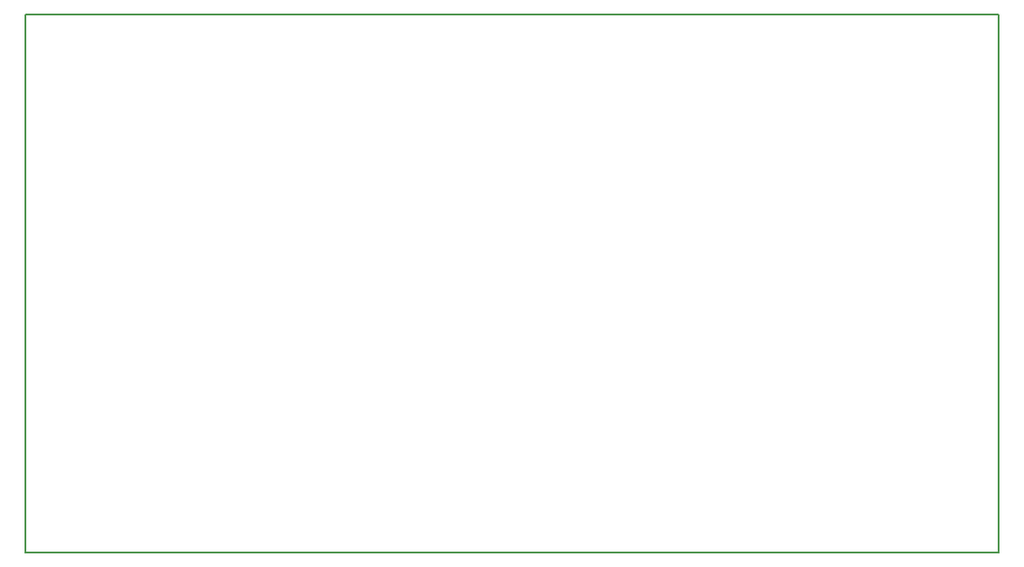
<source format=gbr>
%TF.GenerationSoftware,KiCad,Pcbnew,6.0.4-6f826c9f35~116~ubuntu20.04.1*%
%TF.CreationDate,2022-04-16T22:40:28+00:00*%
%TF.ProjectId,USTSIPIN01,55535453-4950-4494-9e30-312e6b696361,REV*%
%TF.SameCoordinates,Original*%
%TF.FileFunction,Profile,NP*%
%FSLAX46Y46*%
G04 Gerber Fmt 4.6, Leading zero omitted, Abs format (unit mm)*
G04 Created by KiCad (PCBNEW 6.0.4-6f826c9f35~116~ubuntu20.04.1) date 2022-04-16 22:40:28*
%MOMM*%
%LPD*%
G01*
G04 APERTURE LIST*
%TA.AperFunction,Profile*%
%ADD10C,0.200000*%
%TD*%
G04 APERTURE END LIST*
D10*
X254000Y50546000D02*
X91186000Y50546000D01*
X254000Y254000D02*
X254000Y50546000D01*
X91186000Y254000D02*
X91186000Y50546000D01*
X254000Y254000D02*
X91186000Y254000D01*
M02*

</source>
